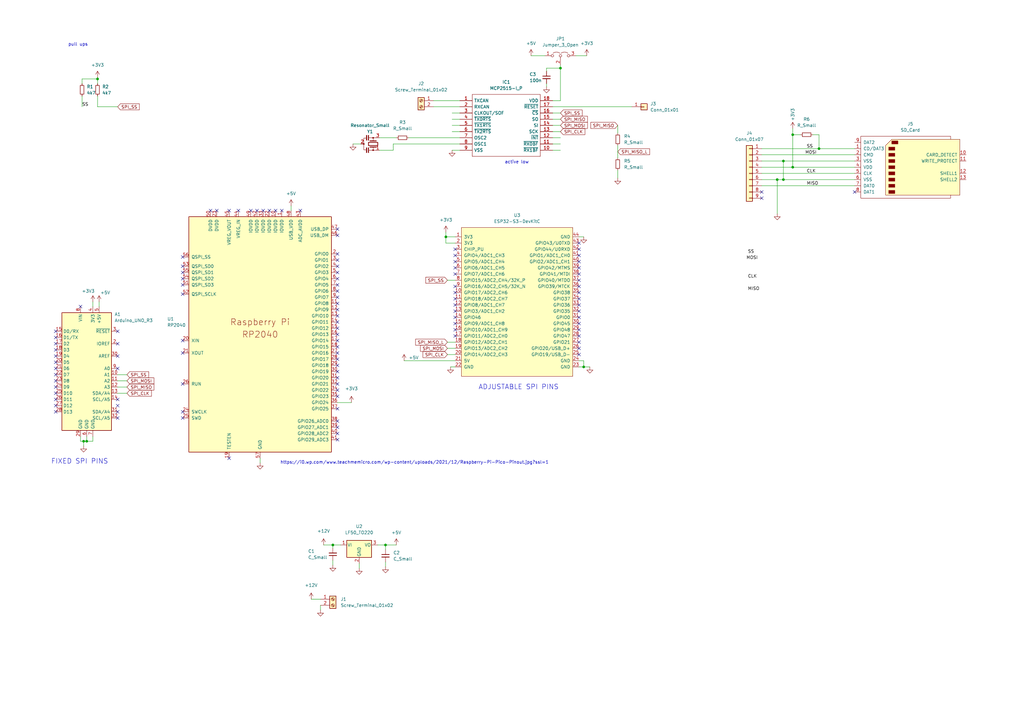
<source format=kicad_sch>
(kicad_sch (version 20211123) (generator eeschema)
  (paper "A3")
  (lib_symbols
    (symbol "Connector:SD_Card" (pin_names (offset 1.016))
      (property "Reference" "J" (at -16.51 13.97 0))
      (property "Value" "SD_Card" (at 15.24 -13.97 0))
      (symbol "SD_Card_0_1"
        (rectangle (start -8.89 -9.525) (end -6.35 -10.795) (fill (type outline)))
        (rectangle (start -8.89 -6.985) (end -6.35 -8.255) (fill (type outline)))
        (rectangle (start -8.89 -4.445) (end -6.35 -5.715) (fill (type outline)))
        (rectangle (start -8.89 -1.905) (end -6.35 -3.175) (fill (type outline)))
        (rectangle (start -8.89 0.635) (end -6.35 -0.635) (fill (type outline)))
        (rectangle (start -8.89 3.175) (end -6.35 1.905) (fill (type outline)))
        (rectangle (start -8.89 5.715) (end -6.35 4.445) (fill (type outline)))
        (rectangle (start -8.89 8.255) (end -6.35 6.985) (fill (type outline)))
        (rectangle (start -7.62 10.795) (end -5.08 9.525) (fill (type outline)))
        (polyline (pts (xy -10.16 8.89) (xy -7.62 11.43) (xy 20.32 11.43) (xy 20.32 -11.43) (xy -10.16 -11.43) (xy -10.16 8.89)) (fill (type background)))
        (polyline (pts (xy 16.51 11.43) (xy 16.51 12.7) (xy -20.32 12.7) (xy -20.32 -12.7) (xy 16.51 -12.7) (xy 16.51 -11.43)))
      )
      (symbol "SD_Card_1_1"
        (pin input line (at -22.86 7.62 0) (length 2.54) (name "CD/DAT3") (number "1"))
        (pin input line (at 22.86 5.08 180) (length 2.54) (name "CARD_DETECT") (number "10"))
        (pin input line (at 22.86 2.54 180) (length 2.54) (name "WRITE_PROTECT") (number "11"))
        (pin input line (at 22.86 -2.54 180) (length 2.54) (name "SHELL1") (number "12"))
        (pin input line (at 22.86 -5.08 180) (length 2.54) (name "SHELL2") (number "13"))
        (pin input line (at -22.86 5.08 0) (length 2.54) (name "CMD") (number "2"))
        (pin power_in line (at -22.86 2.54 0) (length 2.54) (name "VSS") (number "3"))
        (pin power_in line (at -22.86 0 0) (length 2.54) (name "VDD") (number "4"))
        (pin input line (at -22.86 -2.54 0) (length 2.54) (name "CLK") (number "5"))
        (pin power_in line (at -22.86 -5.08 0) (length 2.54) (name "VSS") (number "6"))
        (pin input line (at -22.86 -7.62 0) (length 2.54) (name "DAT0") (number "7"))
        (pin input line (at -22.86 -10.16 0) (length 2.54) (name "DAT1") (number "8"))
        (pin input line (at -22.86 10.16 0) (length 2.54) (name "DAT2") (number "9"))
      )
    )
    (symbol "Connector:Screw_Terminal_01x02" (pin_names (offset 1.016) hide)
      (property "Reference" "J" (at 0 2.54 0))
      (property "Value" "Screw_Terminal_01x02" (at 0 -5.08 0))
      (symbol "Screw_Terminal_01x02_1_1"
        (rectangle (start -1.27 1.27) (end 1.27 -3.81) (stroke (width 0.254)) (fill (type background)))
        (circle (center 0 -2.54) (radius 0.635) (stroke (width 0.1524)))
        (polyline (pts (xy -0.5334 -2.2098) (xy 0.3302 -3.048)) (stroke (width 0.1524)))
        (polyline (pts (xy -0.5334 0.3302) (xy 0.3302 -0.508)) (stroke (width 0.1524)))
        (polyline (pts (xy -0.3556 -2.032) (xy 0.508 -2.8702)) (stroke (width 0.1524)))
        (polyline (pts (xy -0.3556 0.508) (xy 0.508 -0.3302)) (stroke (width 0.1524)))
        (circle (center 0 0) (radius 0.635) (stroke (width 0.1524)))
        (pin passive line (at -5.08 0 0) (length 3.81) (name "Pin_1") (number "1"))
        (pin passive line (at -5.08 -2.54 0) (length 3.81) (name "Pin_2") (number "2"))
      )
    )
    (symbol "Connector_Generic:Conn_01x01" (pin_names (offset 1.016) hide)
      (property "Reference" "J" (at 0 2.54 0))
      (property "Value" "Conn_01x01" (at 0 -2.54 0))
      (symbol "Conn_01x01_1_1"
        (rectangle (start -1.27 0.127) (end 0 -0.127) (stroke (width 0.1524)))
        (rectangle (start -1.27 1.27) (end 1.27 -1.27) (stroke (width 0.254)) (fill (type background)))
        (pin passive line (at -5.08 0 0) (length 3.81) (name "Pin_1") (number "1"))
      )
    )
    (symbol "Connector_Generic:Conn_01x09" (pin_names (offset 1.016) hide)
      (property "Reference" "J" (at 0 12.7 0))
      (property "Value" "Conn_01x09" (at 0 -12.7 0))
      (symbol "Conn_01x09_1_1"
        (rectangle (start -1.27 -10.033) (end 0 -10.287) (stroke (width 0.1524)))
        (rectangle (start -1.27 -7.493) (end 0 -7.747) (stroke (width 0.1524)))
        (rectangle (start -1.27 -4.953) (end 0 -5.207) (stroke (width 0.1524)))
        (rectangle (start -1.27 -2.413) (end 0 -2.667) (stroke (width 0.1524)))
        (rectangle (start -1.27 0.127) (end 0 -0.127) (stroke (width 0.1524)))
        (rectangle (start -1.27 2.667) (end 0 2.413) (stroke (width 0.1524)))
        (rectangle (start -1.27 5.207) (end 0 4.953) (stroke (width 0.1524)))
        (rectangle (start -1.27 7.747) (end 0 7.493) (stroke (width 0.1524)))
        (rectangle (start -1.27 10.287) (end 0 10.033) (stroke (width 0.1524)))
        (rectangle (start -1.27 11.43) (end 1.27 -11.43) (stroke (width 0.254)) (fill (type background)))
        (pin passive line (at -5.08 10.16 0) (length 3.81) (name "Pin_1") (number "1"))
        (pin passive line (at -5.08 7.62 0) (length 3.81) (name "Pin_2") (number "2"))
        (pin passive line (at -5.08 5.08 0) (length 3.81) (name "Pin_3") (number "3"))
        (pin passive line (at -5.08 2.54 0) (length 3.81) (name "Pin_4") (number "4"))
        (pin passive line (at -5.08 0 0) (length 3.81) (name "Pin_5") (number "5"))
        (pin passive line (at -5.08 -2.54 0) (length 3.81) (name "Pin_6") (number "6"))
        (pin passive line (at -5.08 -5.08 0) (length 3.81) (name "Pin_7") (number "7"))
        (pin passive line (at -5.08 -7.62 0) (length 3.81) (name "Pin_8") (number "8"))
        (pin passive line (at -5.08 -10.16 0) (length 3.81) (name "Pin_9") (number "9"))
      )
    )
    (symbol "Device:C_Small" (pin_numbers hide) (pin_names (offset 0.254) hide)
      (property "Reference" "C" (at 0.254 1.778 0))
      (property "Value" "C_Small" (at 0.254 -2.032 0))
      (symbol "C_Small_0_1"
        (polyline (pts (xy -1.524 -0.508) (xy 1.524 -0.508)) (stroke (width 0.3302)))
        (polyline (pts (xy -1.524 0.508) (xy 1.524 0.508)) (stroke (width 0.3048)))
      )
      (symbol "C_Small_1_1"
        (pin passive line (at 0 2.54 270) (length 2.032) (name "~") (number "1"))
        (pin passive line (at 0 -2.54 90) (length 2.032) (name "~") (number "2"))
      )
    )
    (symbol "Device:R_Small" (pin_numbers hide) (pin_names (offset 0.254) hide)
      (property "Reference" "R" (at 0.762 0.508 0))
      (property "Value" "R_Small" (at 0.762 -1.016 0))
      (symbol "R_Small_0_1"
        (rectangle (start -0.762 1.778) (end 0.762 -1.778) (stroke (width 0.2032)))
      )
      (symbol "R_Small_1_1"
        (pin passive line (at 0 2.54 270) (length 0.762) (name "~") (number "1"))
        (pin passive line (at 0 -2.54 90) (length 0.762) (name "~") (number "2"))
      )
    )
    (symbol "Device:Resonator_Small" (pin_names (offset 1.016) hide)
      (property "Reference" "Y" (at 3.175 1.905 0))
      (property "Value" "Resonator_Small" (at 3.175 0 0))
      (symbol "Resonator_Small_0_1"
        (rectangle (start -3.556 -2.54) (end -1.524 -2.794) (fill (type outline)))
        (rectangle (start -3.556 -1.778) (end -1.524 -2.032) (fill (type outline)))
        (circle (center -2.54 0) (radius 0.254) (fill (type outline)))
        (rectangle (start -0.635 1.905) (end 0.635 -1.905) (stroke (width 0.3048)))
        (circle (center 0 -3.81) (radius 0.254) (fill (type outline)))
        (polyline (pts (xy -2.54 -1.778) (xy -2.54 0)))
        (polyline (pts (xy -2.54 0) (xy -1.397 0)))
        (polyline (pts (xy -2.54 1.27) (xy -2.54 0)))
        (polyline (pts (xy -1.27 -1.27) (xy -1.27 1.27)) (stroke (width 0.381)))
        (polyline (pts (xy 1.27 -1.27) (xy 1.27 1.27)) (stroke (width 0.381)))
        (polyline (pts (xy 1.27 0) (xy 2.54 0)))
        (polyline (pts (xy 2.54 0) (xy 2.54 -1.778)))
        (polyline (pts (xy 2.54 1.27) (xy 2.54 0)))
        (polyline (pts (xy 2.413 -2.794) (xy 2.413 -3.81) (xy -2.413 -3.81) (xy -2.413 -2.667)))
        (rectangle (start 1.524 -2.54) (end 3.556 -2.794) (fill (type outline)))
        (rectangle (start 1.524 -1.778) (end 3.556 -2.032) (fill (type outline)))
        (circle (center 2.54 0) (radius 0.254) (fill (type outline)))
      )
      (symbol "Resonator_Small_1_1"
        (pin passive line (at -2.54 2.54 270) (length 1.27) (name "1") (number "1"))
        (pin passive line (at 0 -5.08 90) (length 1.27) (name "2") (number "2"))
        (pin passive line (at 2.54 2.54 270) (length 1.27) (name "3") (number "3"))
      )
    )
    (symbol "Espressif:ESP32-S3-DevKitC" (pin_names (offset 1.016))
      (property "Reference" "U" (at -2.54 30.48 0))
      (property "Value" "ESP32-S3-DevKitC" (at 1.27 -33.02 0))
      (symbol "ESP32-S3-DevKitC_0_0"
        (pin bidirectional line (at -25.4 -7.62 0) (length 2.54) (name "GPIO46") (number "14"))
        (pin bidirectional line (at -25.4 -20.32 0) (length 2.54) (name "GPIO13/ADC2_CH2") (number "19"))
        (pin power_in line (at -25.4 22.86 0) (length 2.54) (name "3V3") (number "2"))
        (pin bidirectional line (at 25.4 12.7 180) (length 2.54) (name "GPIO42/MTMS") (number "39"))
        (pin bidirectional line (at 25.4 15.24 180) (length 2.54) (name "GPIO2/ADC1_CH1") (number "40"))
        (pin bidirectional line (at 25.4 17.78 180) (length 2.54) (name "GPIO1/ADC1_CH0") (number "41"))
        (pin bidirectional line (at 25.4 20.32 180) (length 2.54) (name "GPIO44/U0RXD") (number "42"))
        (pin bidirectional line (at 25.4 22.86 180) (length 2.54) (name "GPIO43/U0TXD") (number "43"))
        (pin power_in line (at 25.4 25.4 180) (length 2.54) (name "GND") (number "44"))
      )
      (symbol "ESP32-S3-DevKitC_0_1"
        (rectangle (start 22.86 -31.75) (end -22.86 29.21) (fill (type background)))
      )
      (symbol "ESP32-S3-DevKitC_1_1"
        (pin power_in line (at -25.4 25.4 0) (length 2.54) (name "3V3") (number "1"))
        (pin bidirectional line (at -25.4 2.54 0) (length 2.54) (name "GPIO17/ADC2_CH6") (number "10"))
        (pin bidirectional line (at -25.4 0 0) (length 2.54) (name "GPIO18/ADC2_CH7") (number "11"))
        (pin bidirectional line (at -25.4 -2.54 0) (length 2.54) (name "GPIO8/ADC1_CH7") (number "12"))
        (pin bidirectional line (at -25.4 -5.08 0) (length 2.54) (name "GPIO3/ADC1_CH2") (number "13"))
        (pin bidirectional line (at -25.4 -10.16 0) (length 2.54) (name "GPIO9/ADC1_CH8") (number "15"))
        (pin bidirectional line (at -25.4 -12.7 0) (length 2.54) (name "GPIO10/ADC1_CH9") (number "16"))
        (pin bidirectional line (at -25.4 -15.24 0) (length 2.54) (name "GPIO11/ADC2_CH0") (number "17"))
        (pin bidirectional line (at -25.4 -17.78 0) (length 2.54) (name "GPIO12/ADC2_CH1") (number "18"))
        (pin bidirectional line (at -25.4 -22.86 0) (length 2.54) (name "GPIO14/ADC2_CH3") (number "20"))
        (pin power_in line (at -25.4 -25.4 0) (length 2.54) (name "5V") (number "21"))
        (pin power_in line (at -25.4 -27.94 0) (length 2.54) (name "GND") (number "22"))
        (pin power_in line (at 25.4 -27.94 180) (length 2.54) (name "GND") (number "23"))
        (pin power_in line (at 25.4 -25.4 180) (length 2.54) (name "GND") (number "24"))
        (pin bidirectional line (at 25.4 -22.86 180) (length 2.54) (name "GPIO19/USB_D-") (number "25"))
        (pin bidirectional line (at 25.4 -20.32 180) (length 2.54) (name "GPIO20/USB_D+") (number "26"))
        (pin bidirectional line (at 25.4 -17.78 180) (length 2.54) (name "GPIO21") (number "27"))
        (pin bidirectional line (at 25.4 -15.24 180) (length 2.54) (name "GPIO47") (number "28"))
        (pin bidirectional line (at 25.4 -12.7 180) (length 2.54) (name "GPIO48") (number "29"))
        (pin input line (at -25.4 20.32 0) (length 2.54) (name "CHIP_PU") (number "3"))
        (pin bidirectional line (at 25.4 -10.16 180) (length 2.54) (name "GPIO45") (number "30"))
        (pin bidirectional line (at 25.4 -7.62 180) (length 2.54) (name "GPIO0") (number "31"))
        (pin bidirectional line (at 25.4 -5.08 180) (length 2.54) (name "GPIO35") (number "32"))
        (pin bidirectional line (at 25.4 -2.54 180) (length 2.54) (name "GPIO36") (number "33"))
        (pin bidirectional line (at 25.4 0 180) (length 2.54) (name "GPIO37") (number "34"))
        (pin bidirectional line (at 25.4 2.54 180) (length 2.54) (name "GPIO38") (number "35"))
        (pin bidirectional line (at 25.4 5.08 180) (length 2.54) (name "GPIO39/MTCK") (number "36"))
        (pin bidirectional line (at 25.4 7.62 180) (length 2.54) (name "GPIO40/MTDO") (number "37"))
        (pin bidirectional line (at 25.4 10.16 180) (length 2.54) (name "GPIO41/MTDI") (number "38"))
        (pin bidirectional line (at -25.4 17.78 0) (length 2.54) (name "GPIO4/ADC1_CH3") (number "4"))
        (pin bidirectional line (at -25.4 15.24 0) (length 2.54) (name "GPIO5/ADC1_CH4") (number "5"))
        (pin bidirectional line (at -25.4 12.7 0) (length 2.54) (name "GPIO6/ADC1_CH5") (number "6"))
        (pin bidirectional line (at -25.4 10.16 0) (length 2.54) (name "GPIO7/ADC1_CH6") (number "7"))
        (pin bidirectional line (at -25.4 7.62 0) (length 2.54) (name "GPIO15/ADC2_CH4/32K_P") (number "8"))
        (pin bidirectional line (at -25.4 5.08 0) (length 2.54) (name "GPIO16/ADC2_CH5/32K_N") (number "9"))
      )
    )
    (symbol "Jumper:Jumper_3_Open" (pin_names (offset 0) hide)
      (property "Reference" "JP" (at -2.54 -2.54 0))
      (property "Value" "Jumper_3_Open" (at 0 2.794 0))
      (symbol "Jumper_3_Open_0_0"
        (circle (center -3.302 0) (radius 0.508))
        (circle (center 0 0) (radius 0.508))
        (circle (center 3.302 0) (radius 0.508))
      )
      (symbol "Jumper_3_Open_0_1"
        (arc (start -0.254 1.016) (mid -1.651 1.4992) (end -3.048 1.016))
        (polyline (pts (xy 0 -0.508) (xy 0 -1.27)))
        (arc (start 3.048 1.016) (mid 1.651 1.4992) (end 0.254 1.016))
      )
      (symbol "Jumper_3_Open_1_1"
        (pin passive line (at -6.35 0 0) (length 2.54) (name "A") (number "1"))
        (pin passive line (at 0 -3.81 90) (length 2.54) (name "C") (number "2"))
        (pin passive line (at 6.35 0 180) (length 2.54) (name "B") (number "3"))
      )
    )
    (symbol "MCU_Module:Arduino_UNO_R3"
      (property "Reference" "A" (at -10.16 23.495 0))
      (property "Value" "Arduino_UNO_R3" (at 5.08 -26.67 0))
      (symbol "Arduino_UNO_R3_0_1"
        (rectangle (start -10.16 22.86) (end 10.16 -25.4) (stroke (width 0.254)) (fill (type background)))
      )
      (symbol "Arduino_UNO_R3_1_1"
        (pin no_connect line (at -10.16 -20.32 0) (length 2.54) hide (name "NC") (number "1"))
        (pin bidirectional line (at 12.7 -2.54 180) (length 2.54) (name "A1") (number "10"))
        (pin bidirectional line (at 12.7 -5.08 180) (length 2.54) (name "A2") (number "11"))
        (pin bidirectional line (at 12.7 -7.62 180) (length 2.54) (name "A3") (number "12"))
        (pin bidirectional line (at 12.7 -10.16 180) (length 2.54) (name "SDA/A4") (number "13"))
        (pin bidirectional line (at 12.7 -12.7 180) (length 2.54) (name "SCL/A5") (number "14"))
        (pin bidirectional line (at -12.7 15.24 0) (length 2.54) (name "D0/RX") (number "15"))
        (pin bidirectional line (at -12.7 12.7 0) (length 2.54) (name "D1/TX") (number "16"))
        (pin bidirectional line (at -12.7 10.16 0) (length 2.54) (name "D2") (number "17"))
        (pin bidirectional line (at -12.7 7.62 0) (length 2.54) (name "D3") (number "18"))
        (pin bidirectional line (at -12.7 5.08 0) (length 2.54) (name "D4") (number "19"))
        (pin output line (at 12.7 10.16 180) (length 2.54) (name "IOREF") (number "2"))
        (pin bidirectional line (at -12.7 2.54 0) (length 2.54) (name "D5") (number "20"))
        (pin bidirectional line (at -12.7 0 0) (length 2.54) (name "D6") (number "21"))
        (pin bidirectional line (at -12.7 -2.54 0) (length 2.54) (name "D7") (number "22"))
        (pin bidirectional line (at -12.7 -5.08 0) (length 2.54) (name "D8") (number "23"))
        (pin bidirectional line (at -12.7 -7.62 0) (length 2.54) (name "D9") (number "24"))
        (pin bidirectional line (at -12.7 -10.16 0) (length 2.54) (name "D10") (number "25"))
        (pin bidirectional line (at -12.7 -12.7 0) (length 2.54) (name "D11") (number "26"))
        (pin bidirectional line (at -12.7 -15.24 0) (length 2.54) (name "D12") (number "27"))
        (pin bidirectional line (at -12.7 -17.78 0) (length 2.54) (name "D13") (number "28"))
        (pin power_in line (at -2.54 -27.94 90) (length 2.54) (name "GND") (number "29"))
        (pin input line (at 12.7 15.24 180) (length 2.54) (name "~{RESET}") (number "3"))
        (pin input line (at 12.7 5.08 180) (length 2.54) (name "AREF") (number "30"))
        (pin bidirectional line (at 12.7 -17.78 180) (length 2.54) (name "SDA/A4") (number "31"))
        (pin bidirectional line (at 12.7 -20.32 180) (length 2.54) (name "SCL/A5") (number "32"))
        (pin power_out line (at 2.54 25.4 270) (length 2.54) (name "3V3") (number "4"))
        (pin power_out line (at 5.08 25.4 270) (length 2.54) (name "+5V") (number "5"))
        (pin power_in line (at 0 -27.94 90) (length 2.54) (name "GND") (number "6"))
        (pin power_in line (at 2.54 -27.94 90) (length 2.54) (name "GND") (number "7"))
        (pin power_in line (at -2.54 25.4 270) (length 2.54) (name "VIN") (number "8"))
        (pin bidirectional line (at 12.7 0 180) (length 2.54) (name "A0") (number "9"))
      )
    )
    (symbol "MCU_RaspberryPi_RP2040:RP2040" (pin_names (offset 1.016))
      (property "Reference" "U" (at -29.21 49.53 0))
      (property "Value" "RP2040" (at 24.13 -49.53 0))
      (symbol "RP2040_0_0"
        (text "Raspberry Pi" (at 0 5.08 0) (effects (font (size 2.54 2.54))))
        (text "RP2040" (at 0 0 0) (effects (font (size 2.54 2.54))))
      )
      (symbol "RP2040_0_1"
        (rectangle (start 29.21 48.26) (end -29.21 -48.26) (stroke (width 0.254)) (fill (type background)))
      )
      (symbol "RP2040_1_1"
        (pin power_in line (at 8.89 50.8 270) (length 2.54) (name "IOVDD") (number "1"))
        (pin power_in line (at 6.35 50.8 270) (length 2.54) (name "IOVDD") (number "10"))
        (pin bidirectional line (at 31.75 12.7 180) (length 2.54) (name "GPIO8") (number "11"))
        (pin bidirectional line (at 31.75 10.16 180) (length 2.54) (name "GPIO9") (number "12"))
        (pin bidirectional line (at 31.75 7.62 180) (length 2.54) (name "GPIO10") (number "13"))
        (pin bidirectional line (at 31.75 5.08 180) (length 2.54) (name "GPIO11") (number "14"))
        (pin bidirectional line (at 31.75 2.54 180) (length 2.54) (name "GPIO12") (number "15"))
        (pin bidirectional line (at 31.75 0 180) (length 2.54) (name "GPIO13") (number "16"))
        (pin bidirectional line (at 31.75 -2.54 180) (length 2.54) (name "GPIO14") (number "17"))
        (pin bidirectional line (at 31.75 -5.08 180) (length 2.54) (name "GPIO15") (number "18"))
        (pin passive line (at -12.7 -50.8 90) (length 2.54) (name "TESTEN") (number "19"))
        (pin bidirectional line (at 31.75 33.02 180) (length 2.54) (name "GPIO0") (number "2"))
        (pin input line (at -31.75 -2.54 0) (length 2.54) (name "XIN") (number "20"))
        (pin passive line (at -31.75 -7.62 0) (length 2.54) (name "XOUT") (number "21"))
        (pin power_in line (at 3.81 50.8 270) (length 2.54) (name "IOVDD") (number "22"))
        (pin power_in line (at -17.78 50.8 270) (length 2.54) (name "DVDD") (number "23"))
        (pin output line (at -31.75 -31.75 0) (length 2.54) (name "SWCLK") (number "24"))
        (pin bidirectional line (at -31.75 -34.29 0) (length 2.54) (name "SWD") (number "25"))
        (pin input line (at -31.75 -20.32 0) (length 2.54) (name "RUN") (number "26"))
        (pin bidirectional line (at 31.75 -7.62 180) (length 2.54) (name "GPIO16") (number "27"))
        (pin bidirectional line (at 31.75 -10.16 180) (length 2.54) (name "GPIO17") (number "28"))
        (pin bidirectional line (at 31.75 -12.7 180) (length 2.54) (name "GPIO18") (number "29"))
        (pin bidirectional line (at 31.75 30.48 180) (length 2.54) (name "GPIO1") (number "3"))
        (pin bidirectional line (at 31.75 -15.24 180) (length 2.54) (name "GPIO19") (number "30"))
        (pin bidirectional line (at 31.75 -17.78 180) (length 2.54) (name "GPIO20") (number "31"))
        (pin bidirectional line (at 31.75 -20.32 180) (length 2.54) (name "GPIO21") (number "32"))
        (pin power_in line (at 1.27 50.8 270) (length 2.54) (name "IOVDD") (number "33"))
        (pin bidirectional line (at 31.75 -22.86 180) (length 2.54) (name "GPIO22") (number "34"))
        (pin bidirectional line (at 31.75 -25.4 180) (length 2.54) (name "GPIO23") (number "35"))
        (pin bidirectional line (at 31.75 -27.94 180) (length 2.54) (name "GPIO24") (number "36"))
        (pin bidirectional line (at 31.75 -30.48 180) (length 2.54) (name "GPIO25") (number "37"))
        (pin bidirectional line (at 31.75 -35.56 180) (length 2.54) (name "GPIO26_ADC0") (number "38"))
        (pin bidirectional line (at 31.75 -38.1 180) (length 2.54) (name "GPIO27_ADC1") (number "39"))
        (pin bidirectional line (at 31.75 27.94 180) (length 2.54) (name "GPIO2") (number "4"))
        (pin bidirectional line (at 31.75 -40.64 180) (length 2.54) (name "GPIO28_ADC2") (number "40"))
        (pin bidirectional line (at 31.75 -43.18 180) (length 2.54) (name "GPIO29_ADC3") (number "41"))
        (pin power_in line (at -1.27 50.8 270) (length 2.54) (name "IOVDD") (number "42"))
        (pin power_in line (at 16.51 50.8 270) (length 2.54) (name "ADC_AVDD") (number "43"))
        (pin power_in line (at -8.89 50.8 270) (length 2.54) (name "VREG_IN") (number "44"))
        (pin power_out line (at -12.7 50.8 270) (length 2.54) (name "VREG_VOUT") (number "45"))
        (pin bidirectional line (at 31.75 40.64 180) (length 2.54) (name "USB_DM") (number "46"))
        (pin bidirectional line (at 31.75 43.18 180) (length 2.54) (name "USB_DP") (number "47"))
        (pin power_in line (at 12.7 50.8 270) (length 2.54) (name "USB_VDD") (number "48"))
        (pin power_in line (at -3.81 50.8 270) (length 2.54) (name "IOVDD") (number "49"))
        (pin bidirectional line (at 31.75 25.4 180) (length 2.54) (name "GPIO3") (number "5"))
        (pin power_in line (at -20.32 50.8 270) (length 2.54) (name "DVDD") (number "50"))
        (pin bidirectional line (at -31.75 20.32 0) (length 2.54) (name "QSPI_SD3") (number "51"))
        (pin output line (at -31.75 16.51 0) (length 2.54) (name "QSPI_SCLK") (number "52"))
        (pin bidirectional line (at -31.75 27.94 0) (length 2.54) (name "QSPI_SD0") (number "53"))
        (pin bidirectional line (at -31.75 22.86 0) (length 2.54) (name "QSPI_SD2") (number "54"))
        (pin bidirectional line (at -31.75 25.4 0) (length 2.54) (name "QSPI_SD1") (number "55"))
        (pin bidirectional line (at -31.75 31.75 0) (length 2.54) (name "QSPI_SS") (number "56"))
        (pin power_in line (at 0 -50.8 90) (length 2.54) (name "GND") (number "57"))
        (pin bidirectional line (at 31.75 22.86 180) (length 2.54) (name "GPIO4") (number "6"))
        (pin bidirectional line (at 31.75 20.32 180) (length 2.54) (name "GPIO5") (number "7"))
        (pin bidirectional line (at 31.75 17.78 180) (length 2.54) (name "GPIO6") (number "8"))
        (pin bidirectional line (at 31.75 15.24 180) (length 2.54) (name "GPIO7") (number "9"))
      )
    )
    (symbol "Regulator_Linear:LF50_TO220" (pin_names (offset 0.254))
      (property "Reference" "U" (at -3.81 3.175 0))
      (property "Value" "LF50_TO220" (at 0 3.175 0))
      (symbol "LF50_TO220_0_1"
        (rectangle (start -5.08 1.905) (end 5.08 -5.08) (stroke (width 0.254)) (fill (type background)))
      )
      (symbol "LF50_TO220_1_1"
        (pin power_in line (at -7.62 0 0) (length 2.54) (name "VI") (number "1"))
        (pin power_in line (at 0 -7.62 90) (length 2.54) (name "GND") (number "2"))
        (pin power_out line (at 7.62 0 180) (length 2.54) (name "VO") (number "3"))
      )
    )
    (symbol "SamacSys_Parts:MCP2515-I_P" (pin_names (offset 0.762))
      (property "Reference" "IC" (at 34.29 7.62 0))
      (property "Value" "MCP2515-I_P" (at 34.29 5.08 0))
      (symbol "MCP2515-I_P_0_0"
        (pin passive line (at 0 0 0) (length 5.08) (name "TXCAN") (number "1"))
        (pin passive line (at 38.1 -20.32 180) (length 5.08) (name "~{RX1BF}") (number "10"))
        (pin passive line (at 38.1 -17.78 180) (length 5.08) (name "~{RX0BF}") (number "11"))
        (pin passive line (at 38.1 -15.24 180) (length 5.08) (name "~{INT}") (number "12"))
        (pin passive line (at 38.1 -12.7 180) (length 5.08) (name "SCK") (number "13"))
        (pin passive line (at 38.1 -10.16 180) (length 5.08) (name "SI") (number "14"))
        (pin passive line (at 38.1 -7.62 180) (length 5.08) (name "SO") (number "15"))
        (pin passive line (at 38.1 -5.08 180) (length 5.08) (name "~{CS}") (number "16"))
        (pin passive line (at 38.1 -2.54 180) (length 5.08) (name "~{RESET}") (number "17"))
        (pin passive line (at 38.1 0 180) (length 5.08) (name "VDD") (number "18"))
        (pin passive line (at 0 -2.54 0) (length 5.08) (name "RXCAN") (number "2"))
        (pin passive line (at 0 -5.08 0) (length 5.08) (name "CLKOUT/SOF") (number "3"))
        (pin passive line (at 0 -7.62 0) (length 5.08) (name "~{TX0RTS}") (number "4"))
        (pin passive line (at 0 -10.16 0) (length 5.08) (name "~{TX1RTS}") (number "5"))
        (pin passive line (at 0 -12.7 0) (length 5.08) (name "~{TX2RTS}") (number "6"))
        (pin passive line (at 0 -15.24 0) (length 5.08) (name "OSC2") (number "7"))
        (pin passive line (at 0 -17.78 0) (length 5.08) (name "OSC1") (number "8"))
        (pin passive line (at 0 -20.32 0) (length 5.08) (name "VSS") (number "9"))
      )
      (symbol "MCP2515-I_P_0_1"
        (polyline (pts (xy 5.08 2.54) (xy 33.02 2.54) (xy 33.02 -22.86) (xy 5.08 -22.86) (xy 5.08 2.54)) (stroke (width 0.1524)))
      )
    )
    (symbol "power:+12V" (power) (pin_names (offset 0))
      (property "Value" "+12V" (at 0 3.556 0))
      (symbol "+12V_0_1"
        (polyline (pts (xy -0.762 1.27) (xy 0 2.54)))
        (polyline (pts (xy 0 0) (xy 0 2.54)))
        (polyline (pts (xy 0 2.54) (xy 0.762 1.27)))
      )
      (symbol "+12V_1_1"
        (pin power_in line (at 0 0 90) (length 0) hide (name "+12V") (number "1"))
      )
    )
    (symbol "power:+3V3" (power) (pin_names (offset 0))
      (property "Value" "+3V3" (at 0 3.556 0))
      (symbol "+3V3_0_1"
        (polyline (pts (xy -0.762 1.27) (xy 0 2.54)))
        (polyline (pts (xy 0 0) (xy 0 2.54)))
        (polyline (pts (xy 0 2.54) (xy 0.762 1.27)))
      )
      (symbol "+3V3_1_1"
        (pin power_in line (at 0 0 90) (length 0) hide (name "+3V3") (number "1"))
      )
    )
    (symbol "power:+5V" (power) (pin_names (offset 0))
      (property "Value" "+5V" (at 0 3.556 0))
      (symbol "+5V_0_1"
        (polyline (pts (xy -0.762 1.27) (xy 0 2.54)))
        (polyline (pts (xy 0 0) (xy 0 2.54)))
        (polyline (pts (xy 0 2.54) (xy 0.762 1.27)))
      )
      (symbol "+5V_1_1"
        (pin power_in line (at 0 0 90) (length 0) hide (name "+5V") (number "1"))
      )
    )
    (symbol "power:GND" (power) (pin_names (offset 0))
      (property "Value" "GND" (at 0 -3.81 0))
      (symbol "GND_0_1"
        (polyline (pts (xy 0 0) (xy 0 -1.27) (xy 1.27 -1.27) (xy 0 -2.54) (xy -1.27 -1.27) (xy 0 -1.27)))
      )
      (symbol "GND_1_1"
        (pin power_in line (at 0 0 270) (length 0) hide (name "GND") (number "1"))
      )
    )
  )
  (junction (at 321.31 66.04))
  (junction (at 229.87 27.94))
  (junction (at 321.31 73.66))
  (junction (at 34.29 180.975))
  (junction (at 325.12 68.58))
  (junction (at 182.88 97.155))
  (junction (at 40.005 32.385))
  (junction (at 136.525 223.52))
  (junction (at 335.915 60.96))
  (junction (at 239.395 150.495))
  (junction (at 35.56 180.975))
  (junction (at 158.115 223.52))
  (junction (at 318.77 73.66))
  (junction (at 325.12 55.245))
  (no_connect (at 138.43 160.02))
  (no_connect (at 22.86 143.51))
  (no_connect (at 237.49 117.475))
  (no_connect (at 74.93 168.91))
  (no_connect (at 138.43 129.54))
  (no_connect (at 237.49 109.855))
  (no_connect (at 88.9 86.36))
  (no_connect (at 74.93 111.76))
  (no_connect (at 138.43 180.34))
  (no_connect (at 138.43 104.14))
  (no_connect (at 138.43 114.3))
  (no_connect (at 74.93 144.78))
  (no_connect (at 237.49 104.775))
  (no_connect (at 74.93 114.3))
  (no_connect (at 86.36 86.36))
  (no_connect (at 74.93 109.22))
  (no_connect (at 186.69 104.775))
  (no_connect (at 186.69 137.795))
  (no_connect (at 138.43 121.92))
  (no_connect (at 107.95 86.36))
  (no_connect (at 74.93 157.48))
  (no_connect (at 237.49 114.935))
  (no_connect (at 237.49 102.235))
  (no_connect (at 138.43 116.84))
  (no_connect (at 138.43 124.46))
  (no_connect (at 186.69 117.475))
  (no_connect (at 186.69 122.555))
  (no_connect (at 48.26 146.05))
  (no_connect (at 93.98 86.36))
  (no_connect (at 74.93 105.41))
  (no_connect (at 237.49 99.695))
  (no_connect (at 237.49 107.315))
  (no_connect (at 138.43 132.08))
  (no_connect (at 237.49 125.095))
  (no_connect (at 138.43 144.78))
  (no_connect (at 138.43 152.4))
  (no_connect (at 237.49 142.875))
  (no_connect (at 110.49 86.36))
  (no_connect (at 93.98 187.96))
  (no_connect (at 237.49 145.415))
  (no_connect (at 22.86 163.83))
  (no_connect (at 237.49 127.635))
  (no_connect (at 237.49 140.335))
  (no_connect (at 138.43 157.48))
  (no_connect (at 138.43 175.26))
  (no_connect (at 237.49 135.255))
  (no_connect (at 48.26 151.13))
  (no_connect (at 22.86 135.89))
  (no_connect (at 138.43 177.8))
  (no_connect (at 237.49 132.715))
  (no_connect (at 74.93 139.7))
  (no_connect (at 138.43 149.86))
  (no_connect (at 22.86 138.43))
  (no_connect (at 312.42 78.74))
  (no_connect (at 105.41 86.36))
  (no_connect (at 138.43 172.72))
  (no_connect (at 138.43 109.22))
  (no_connect (at 186.69 127.635))
  (no_connect (at 186.69 102.235))
  (no_connect (at 102.87 86.36))
  (no_connect (at 48.26 168.91))
  (no_connect (at 138.43 162.56))
  (no_connect (at 186.69 109.855))
  (no_connect (at 186.69 112.395))
  (no_connect (at 22.86 146.05))
  (no_connect (at 123.19 86.36))
  (no_connect (at 186.69 132.715))
  (no_connect (at 138.43 137.16))
  (no_connect (at 48.26 163.83))
  (no_connect (at 237.49 120.015))
  (no_connect (at 48.26 166.37))
  (no_connect (at 138.43 106.68))
  (no_connect (at 138.43 119.38))
  (no_connect (at 74.93 116.84))
  (no_connect (at 186.69 107.315))
  (no_connect (at 138.43 139.7))
  (no_connect (at 97.79 86.36))
  (no_connect (at 48.26 140.97))
  (no_connect (at 33.02 125.73))
  (no_connect (at 138.43 134.62))
  (no_connect (at 22.86 161.29))
  (no_connect (at 115.57 86.36))
  (no_connect (at 138.43 147.32))
  (no_connect (at 350.52 78.74))
  (no_connect (at 138.43 111.76))
  (no_connect (at 138.43 154.94))
  (no_connect (at 22.86 153.67))
  (no_connect (at 48.26 171.45))
  (no_connect (at 186.69 125.095))
  (no_connect (at 138.43 93.98))
  (no_connect (at 237.49 112.395))
  (no_connect (at 138.43 167.64))
  (no_connect (at 48.26 135.89))
  (no_connect (at 22.86 166.37))
  (no_connect (at 237.49 122.555))
  (no_connect (at 237.49 137.795))
  (no_connect (at 312.42 81.28))
  (no_connect (at 138.43 142.24))
  (no_connect (at 22.86 156.21))
  (no_connect (at 237.49 130.175))
  (no_connect (at 186.69 135.255))
  (no_connect (at 186.69 120.015))
  (no_connect (at 22.86 151.13))
  (no_connect (at 22.86 140.97))
  (no_connect (at 22.86 148.59))
  (no_connect (at 138.43 127))
  (no_connect (at 22.86 168.91))
  (no_connect (at 138.43 96.52))
  (no_connect (at 113.03 86.36))
  (no_connect (at 22.86 158.75))
  (no_connect (at 186.69 130.175))
  (no_connect (at 74.93 120.65))
  (no_connect (at 74.93 171.45))
  (wire (pts (xy 325.12 68.58) (xy 350.52 68.58)))
  (wire (pts (xy 33.02 180.975) (xy 34.29 180.975)))
  (wire (pts (xy 312.42 71.12) (xy 350.52 71.12)))
  (wire (pts (xy 34.29 180.975) (xy 34.29 182.88)))
  (wire (pts (xy 226.695 51.435) (xy 229.87 51.435)))
  (wire (pts (xy 335.915 60.96) (xy 350.52 60.96)))
  (wire (pts (xy 253.365 51.435) (xy 253.365 54.61)))
  (wire (pts (xy 167.64 56.515) (xy 188.595 56.515)))
  (wire (pts (xy 40.005 43.815) (xy 48.26 43.815)))
  (wire (pts (xy 136.525 223.52) (xy 139.7 223.52)))
  (wire (pts (xy 185.42 51.435) (xy 188.595 51.435)))
  (wire (pts (xy 40.005 32.385) (xy 33.655 32.385)))
  (wire (pts (xy 226.695 46.355) (xy 229.87 46.355)))
  (wire (pts (xy 38.1 123.825) (xy 38.1 125.73)))
  (wire (pts (xy 132.715 223.52) (xy 136.525 223.52)))
  (wire (pts (xy 40.005 32.385) (xy 40.005 34.29)))
  (wire (pts (xy 325.12 55.245) (xy 328.295 55.245)))
  (wire (pts (xy 183.515 145.415) (xy 186.69 145.415)))
  (wire (pts (xy 35.56 180.975) (xy 38.1 180.975)))
  (wire (pts (xy 177.8 41.275) (xy 188.595 41.275)))
  (wire (pts (xy 185.42 46.355) (xy 188.595 46.355)))
  (wire (pts (xy 239.395 150.495) (xy 241.935 150.495)))
  (wire (pts (xy 177.8 43.815) (xy 188.595 43.815)))
  (wire (pts (xy 48.26 161.29) (xy 52.07 161.29)))
  (wire (pts (xy 38.1 179.07) (xy 38.1 180.975)))
  (wire (pts (xy 165.735 147.955) (xy 186.69 147.955)))
  (wire (pts (xy 147.32 231.14) (xy 147.32 233.045)))
  (wire (pts (xy 40.005 31.75) (xy 40.005 32.385)))
  (wire (pts (xy 236.22 22.86) (xy 240.665 22.86)))
  (wire (pts (xy 186.69 150.495) (xy 184.785 150.495)))
  (wire (pts (xy 335.915 55.245) (xy 335.915 60.96)))
  (wire (pts (xy 226.695 48.895) (xy 229.87 48.895)))
  (wire (pts (xy 312.42 73.66) (xy 318.77 73.66)))
  (wire (pts (xy 183.515 142.875) (xy 186.69 142.875)))
  (wire (pts (xy 161.29 59.055) (xy 188.595 59.055)))
  (wire (pts (xy 325.12 52.705) (xy 325.12 55.245)))
  (wire (pts (xy 312.42 63.5) (xy 350.52 63.5)))
  (wire (pts (xy 224.155 35.56) (xy 224.155 34.29)))
  (wire (pts (xy 144.78 59.055) (xy 147.955 59.055)))
  (wire (pts (xy 144.145 165.1) (xy 138.43 165.1)))
  (wire (pts (xy 35.56 179.07) (xy 35.56 180.975)))
  (wire (pts (xy 226.695 56.515) (xy 229.87 56.515)))
  (wire (pts (xy 229.87 27.94) (xy 229.87 41.275)))
  (wire (pts (xy 333.375 55.245) (xy 335.915 55.245)))
  (wire (pts (xy 239.395 147.955) (xy 239.395 150.495)))
  (wire (pts (xy 185.42 61.595) (xy 188.595 61.595)))
  (wire (pts (xy 253.365 69.85) (xy 253.365 73.025)))
  (wire (pts (xy 226.695 53.975) (xy 229.87 53.975)))
  (wire (pts (xy 182.88 97.155) (xy 186.69 97.155)))
  (wire (pts (xy 229.87 26.67) (xy 229.87 27.94)))
  (wire (pts (xy 158.115 230.505) (xy 158.115 232.41)))
  (wire (pts (xy 318.77 73.66) (xy 321.31 73.66)))
  (wire (pts (xy 312.42 76.2) (xy 350.52 76.2)))
  (wire (pts (xy 321.31 73.66) (xy 350.52 73.66)))
  (wire (pts (xy 155.575 61.595) (xy 161.29 61.595)))
  (wire (pts (xy 182.88 99.695) (xy 186.69 99.695)))
  (wire (pts (xy 321.31 66.04) (xy 350.52 66.04)))
  (wire (pts (xy 226.695 59.055) (xy 229.87 59.055)))
  (wire (pts (xy 237.49 150.495) (xy 239.395 150.495)))
  (wire (pts (xy 312.42 66.04) (xy 321.31 66.04)))
  (wire (pts (xy 131.445 248.285) (xy 131.445 250.19)))
  (wire (pts (xy 185.42 48.895) (xy 188.595 48.895)))
  (wire (pts (xy 161.29 61.595) (xy 161.29 59.055)))
  (wire (pts (xy 312.42 60.96) (xy 335.915 60.96)))
  (wire (pts (xy 325.12 55.245) (xy 325.12 68.58)))
  (wire (pts (xy 33.02 179.07) (xy 33.02 180.975)))
  (wire (pts (xy 154.94 223.52) (xy 158.115 223.52)))
  (wire (pts (xy 127.635 245.745) (xy 131.445 245.745)))
  (wire (pts (xy 185.42 53.975) (xy 188.595 53.975)))
  (wire (pts (xy 182.88 97.155) (xy 182.88 99.695)))
  (wire (pts (xy 226.695 43.815) (xy 259.08 43.815)))
  (wire (pts (xy 224.155 29.21) (xy 224.155 27.94)))
  (wire (pts (xy 312.42 68.58) (xy 325.12 68.58)))
  (wire (pts (xy 119.38 84.455) (xy 119.38 86.36)))
  (wire (pts (xy 40.005 39.37) (xy 40.005 43.815)))
  (wire (pts (xy 155.575 56.515) (xy 162.56 56.515)))
  (wire (pts (xy 183.515 140.335) (xy 186.69 140.335)))
  (wire (pts (xy 48.26 153.67) (xy 52.07 153.67)))
  (wire (pts (xy 226.695 61.595) (xy 229.87 61.595)))
  (wire (pts (xy 217.805 22.86) (xy 223.52 22.86)))
  (wire (pts (xy 48.26 156.21) (xy 52.07 156.21)))
  (wire (pts (xy 318.77 73.66) (xy 318.77 87.63)))
  (wire (pts (xy 183.515 114.935) (xy 186.69 114.935)))
  (wire (pts (xy 33.655 39.37) (xy 33.655 43.815)))
  (wire (pts (xy 226.695 41.275) (xy 229.87 41.275)))
  (wire (pts (xy 136.525 223.52) (xy 136.525 224.79)))
  (wire (pts (xy 106.68 187.96) (xy 106.68 189.865)))
  (wire (pts (xy 158.115 223.52) (xy 158.115 225.425)))
  (wire (pts (xy 40.64 123.825) (xy 40.64 125.73)))
  (wire (pts (xy 321.31 66.04) (xy 321.31 73.66)))
  (wire (pts (xy 253.365 59.69) (xy 253.365 64.77)))
  (wire (pts (xy 34.29 180.975) (xy 35.56 180.975)))
  (wire (pts (xy 237.49 97.155) (xy 239.395 97.155)))
  (wire (pts (xy 224.155 27.94) (xy 229.87 27.94)))
  (wire (pts (xy 33.655 32.385) (xy 33.655 34.29)))
  (wire (pts (xy 48.26 158.75) (xy 52.07 158.75)))
  (wire (pts (xy 237.49 147.955) (xy 239.395 147.955)))
  (wire (pts (xy 158.115 223.52) (xy 162.56 223.52)))
  (wire (pts (xy 136.525 229.87) (xy 136.525 231.775)))
  (wire (pts (xy 182.88 95.25) (xy 182.88 97.155)))
  (text "https://i0.wp.com/www.teachmemicro.com/wp-content/uploads/2021/12/Raspberry-Pi-Pico-Pinout.jpg?ssl=1" (at 114.935 190.5 0) (effects (font (size 1.27 1.27)) (justify left bottom)))
  (text "FIXED SPI PINS" (at 20.955 190.5 0) (effects (font (size 2 2)) (justify left bottom)))
  (text "pull ups" (at 27.94 19.05 0) (effects (font (size 1.27 1.27)) (justify left bottom)))
  (text "ADJUSTABLE SPI PINS" (at 196.215 160.02 0) (effects (font (size 2 2)) (justify left bottom)))
  (text "active low" (at 207.01 67.31 0) (effects (font (size 1.27 1.27)) (justify left bottom)))
  (label "SS" (at 33.655 43.815 0))
  (label "MOSI" (at 330.2 63.5 0))
  (label "CLK" (at 306.705 114.3 0))
  (label "SS" (at 306.705 104.14 0))
  (label "MOSI" (at 306.07 106.68 0))
  (label "CLK" (at 330.835 71.12 0))
  (label "MISO" (at 330.835 76.2 0))
  (label "MISO" (at 306.705 119.38 0))
  (label "SS" (at 330.835 60.96 0))
  (global_label "SPI_MISO_L" (shape input) (at 253.365 62.23 0) (property "Intersheet References" "${INTERSHEET_REFS}" (effects hide)))
  (global_label "SPI_MOSI" (shape input) (at 183.515 142.875 180) (property "Intersheet References" "${INTERSHEET_REFS}" (effects hide)))
  (global_label "SPI_MISO" (shape input) (at 229.87 48.895 0) (property "Intersheet References" "${INTERSHEET_REFS}" (effects hide)))
  (global_label "SPI_CLK" (shape input) (at 52.07 161.29 0) (property "Intersheet References" "${INTERSHEET_REFS}" (effects hide)))
  (global_label "SPI_CLK" (shape input) (at 229.87 53.975 0) (property "Intersheet References" "${INTERSHEET_REFS}" (effects hide)))
  (global_label "SPI_MISO" (shape input) (at 253.365 51.435 180) (property "Intersheet References" "${INTERSHEET_REFS}" (effects hide)))
  (global_label "SPI_SS" (shape input) (at 48.26 43.815 0) (property "Intersheet References" "${INTERSHEET_REFS}" (effects hide)))
  (global_label "SPI_MISO" (shape input) (at 52.07 158.75 0) (property "Intersheet References" "${INTERSHEET_REFS}" (effects hide)))
  (global_label "SPI_SS" (shape input) (at 52.07 153.67 0) (property "Intersheet References" "${INTERSHEET_REFS}" (effects hide)))
  (global_label "SPI_MOSI" (shape input) (at 52.07 156.21 0) (property "Intersheet References" "${INTERSHEET_REFS}" (effects hide)))
  (global_label "SPI_MOSI" (shape input) (at 229.87 51.435 0) (property "Intersheet References" "${INTERSHEET_REFS}" (effects hide)))
  (global_label "SPI_SS" (shape input) (at 229.87 46.355 0) (property "Intersheet References" "${INTERSHEET_REFS}" (effects hide)))
  (global_label "SPI_MISO_L" (shape input) (at 183.515 140.335 180) (property "Intersheet References" "${INTERSHEET_REFS}" (effects hide)))
  (global_label "SPI_SS" (shape input) (at 183.515 114.935 180) (property "Intersheet References" "${INTERSHEET_REFS}" (effects hide)))
  (global_label "SPI_CLK" (shape input) (at 183.515 145.415 180) (property "Intersheet References" "${INTERSHEET_REFS}" (effects hide)))
  (symbol (lib_id "power:GND") (at 241.935 150.495 0) (unit 1)
    (property "Reference" "#PWR024" (effects hide))
    (property "Value" "GND" (effects hide))
  )
  (symbol (lib_id "power:GND") (at 184.785 150.495 0) (unit 1)
    (property "Reference" "#PWR018" (effects hide))
    (property "Value" "GND" (effects hide))
  )
  (symbol (lib_id "power:+5V") (at 165.735 147.955 0) (unit 1)
    (property "Reference" "#PWR016" (effects hide))
    (property "Value" "+5V" (at 167.64 146.6849 0) (effects (justify left)))
  )
  (symbol (lib_id "Device:Resonator_Small") (at 153.035 59.055 270) (mirror x) (unit 1)
    (property "Reference" "Y1" (at 151.765 53.975 90))
    (property "Value" "Resonator_Small" (at 151.765 51.435 90))
    (property "Footprint" "Crystal:Resonator_Murata_CSTLSxxxG-3Pin_W8.0mm_H3.0mm" (effects hide))
  )
  (symbol (lib_id "power:GND") (at 147.32 233.045 0) (unit 1)
    (property "Reference" "#PWR013" (effects hide))
    (property "Value" "GND" (effects hide))
  )
  (symbol (lib_id "Connector:SD_Card") (at 373.38 68.58 0) (unit 1)
    (property "Reference" "J5" (at 373.38 50.8 0))
    (property "Value" "SD_Card" (at 373.38 53.34 0))
    (property "Datasheet" "http://portal.fciconnect.com/Comergent//fci/drawing/10067847.pdf" (effects hide))
  )
  (symbol (lib_id "power:GND") (at 253.365 73.025 0) (unit 1)
    (property "Reference" "#PWR025" (effects hide))
    (property "Value" "GND" (effects hide))
  )
  (symbol (lib_id "power:GND") (at 131.445 250.19 0) (unit 1)
    (property "Reference" "#PWR08" (effects hide))
    (property "Value" "GND" (effects hide))
  )
  (symbol (lib_id "power:GND") (at 136.525 231.775 0) (unit 1)
    (property "Reference" "#PWR010" (effects hide))
    (property "Value" "GND" (effects hide))
  )
  (symbol (lib_id "Connector:Screw_Terminal_01x02") (at 136.525 245.745 0) (unit 1)
    (property "Reference" "J1" (at 139.7 245.7449 0) (effects (justify left)))
    (property "Value" "Screw_Terminal_01x02" (at 139.7 248.2849 0) (effects (justify left)))
    (property "Footprint" "TerminalBlock:TerminalBlock_Altech_AK300-2_P5.00mm" (effects hide))
  )
  (symbol (lib_id "power:GND") (at 185.42 61.595 0) (unit 1)
    (property "Reference" "#PWR019" (effects hide))
    (property "Value" "GND" (effects hide))
  )
  (symbol (lib_id "Device:R_Small") (at 253.365 57.15 180) (unit 1)
    (property "Reference" "R4" (at 255.905 55.8799 0) (effects (justify right)))
    (property "Value" "R_Small" (at 255.905 58.4199 0) (effects (justify right)))
    (property "Footprint" "Resistor_THT:R_Axial_DIN0204_L3.6mm_D1.6mm_P5.08mm_Horizontal" (effects hide))
  )
  (symbol (lib_id "power:+12V") (at 132.715 223.52 0) (unit 1)
    (property "Reference" "#PWR09" (effects hide))
    (property "Value" "+12V" (at 132.715 217.805 0))
  )
  (symbol (lib_id "power:GND") (at 106.68 189.865 0) (unit 1)
    (property "Reference" "#PWR05" (effects hide))
    (property "Value" "GND" (effects hide))
  )
  (symbol (lib_id "power:+3V3") (at 240.665 22.86 0) (unit 1)
    (property "Reference" "#PWR023" (effects hide))
    (property "Value" "+3V3" (at 240.665 17.78 0))
  )
  (symbol (lib_id "power:GND") (at 144.78 59.055 0) (unit 1)
    (property "Reference" "#PWR012" (effects hide))
    (property "Value" "GND" (effects hide))
  )
  (symbol (lib_id "MCU_RaspberryPi_RP2040:RP2040") (at 106.68 137.16 0) (unit 1)
    (property "Reference" "U1" (at 68.58 130.81 0) (effects (justify left)))
    (property "Value" "RP2040" (at 68.58 133.35 0) (effects (justify left)))
    (property "Footprint" "MCU_RaspberryPi_and_Boards:RPi_Pico_SMD_TH" (effects hide))
  )
  (symbol (lib_id "power:+3V3") (at 38.1 123.825 0) (unit 1)
    (property "Reference" "#PWR02" (effects hide))
    (property "Value" "+3V3" (at 36.195 119.38 0))
  )
  (symbol (lib_id "power:+12V") (at 127.635 245.745 0) (unit 1)
    (property "Reference" "#PWR07" (effects hide))
    (property "Value" "+12V" (at 127.635 240.03 0))
  )
  (symbol (lib_id "power:GND") (at 34.29 182.88 0) (unit 1)
    (property "Reference" "#PWR01" (effects hide))
    (property "Value" "GND" (effects hide))
  )
  (symbol (lib_id "power:GND") (at 224.155 35.56 0) (unit 1)
    (property "Reference" "#PWR021" (effects hide))
    (property "Value" "GND" (effects hide))
  )
  (symbol (lib_id "power:+3V3") (at 325.12 52.705 0) (unit 1)
    (property "Reference" "#PWR027" (effects hide))
    (property "Value" "+3V3" (at 325.12 46.99 90))
  )
  (symbol (lib_id "Device:C_Small") (at 136.525 227.33 180) (unit 1)
    (property "Reference" "C1" (at 126.365 226.06 0) (effects (justify right)))
    (property "Value" "C_Small" (at 126.365 228.6 0) (effects (justify right)))
    (property "Footprint" "Capacitor_THT:C_Disc_D4.3mm_W1.9mm_P5.00mm" (effects hide))
  )
  (symbol (lib_id "Device:C_Small") (at 224.155 31.75 0) (unit 1)
    (property "Reference" "C3" (at 217.17 30.48 0) (effects (justify left)))
    (property "Value" "100n" (at 217.17 33.02 0) (effects (justify left)))
    (property "Footprint" "Capacitor_THT:C_Disc_D4.7mm_W2.5mm_P5.00mm" (effects hide))
  )
  (symbol (lib_id "Device:C_Small") (at 158.115 227.965 0) (unit 1)
    (property "Reference" "C2" (at 161.29 226.7012 0) (effects (justify left)))
    (property "Value" "C_Small" (at 161.29 229.2412 0) (effects (justify left)))
    (property "Footprint" "Capacitor_THT:C_Disc_D4.3mm_W1.9mm_P5.00mm" (effects hide))
  )
  (symbol (lib_id "Jumper:Jumper_3_Open") (at 229.87 22.86 0) (unit 1)
    (property "Reference" "JP1" (at 229.87 15.875 0))
    (property "Value" "Jumper_3_Open" (at 229.87 18.415 0))
    (property "Footprint" "Connector_PinHeader_2.54mm:PinHeader_1x03_P2.54mm_Vertical" (effects hide))
  )
  (symbol (lib_id "power:GND") (at 158.115 232.41 0) (unit 1)
    (property "Reference" "#PWR014" (effects hide))
    (property "Value" "GND" (effects hide))
  )
  (symbol (lib_id "Device:R_Small") (at 330.835 55.245 90) (unit 1)
    (property "Reference" "R6" (at 330.835 48.895 90))
    (property "Value" "R_Small" (at 330.835 51.435 90))
    (property "Footprint" "Resistor_THT:R_Axial_DIN0204_L3.6mm_D1.6mm_P5.08mm_Horizontal" (effects hide))
  )
  (symbol (lib_id "power:+5V") (at 40.64 123.825 0) (unit 1)
    (property "Reference" "#PWR04" (effects hide))
    (property "Value" "+5V" (at 43.18 120.015 0))
  )
  (symbol (lib_id "MCU_Module:Arduino_UNO_R3") (at 35.56 151.13 0) (unit 1)
    (property "Reference" "A1" (at 46.99 128.905 0) (effects (justify left)))
    (property "Value" "Arduino_UNO_R3" (at 46.99 131.445 0) (effects (justify left)))
    (property "Footprint" "Module:Arduino_UNO_R3" (effects hide))
    (property "Datasheet" "https://www.arduino.cc/en/Main/arduinoBoardUno" (effects hide))
  )
  (symbol (lib_id "power:+3V3") (at 144.145 165.1 0) (unit 1)
    (property "Reference" "#PWR011" (effects hide))
    (property "Value" "+3V3" (at 144.145 159.385 0))
  )
  (symbol (lib_id "power:+5V") (at 162.56 223.52 0) (unit 1)
    (property "Reference" "#PWR015" (effects hide))
    (property "Value" "+5V" (at 162.56 218.44 0))
  )
  (symbol (lib_id "Connector_Generic:Conn_01x01") (at 264.16 43.815 0) (unit 1)
    (property "Reference" "J3" (at 266.7 42.5449 0) (effects (justify left)))
    (property "Value" "Conn_01x01" (at 266.7 45.0849 0) (effects (justify left)))
    (property "Footprint" "Connector_PinHeader_2.54mm:PinHeader_1x01_P2.54mm_Vertical" (effects hide))
  )
  (symbol (lib_id "SamacSys_Parts:MCP2515-I_P") (at 188.595 41.275 0) (unit 1)
    (property "Reference" "IC1" (at 207.645 33.655 0))
    (property "Value" "MCP2515-I_P" (at 207.645 36.195 0))
    (property "Footprint" "SamacSys_Parts:DIP794W56P254L2286H533Q18N" (effects hide))
    (property "Datasheet" "http://componentsearchengine.com/Datasheets/3/MCP2515-I_P.pdf" (effects hide))
    (property "Description" "Stand-Alone CAN Controller" (effects hide))
    (property "Height" "5.334" (effects hide))
    (property "Mouser Part Number" "579-MCP2515-I/P" (effects hide))
    (property "Mouser Price/Stock" "https://www.mouser.co.uk/ProductDetail/Microchip-Technology/MCP2515-I-P?qs=hklUZQQMghMXVOd4j8inGA%3D%3D" (effects hide))
    (property "Manufacturer_Name" "Microchip" (effects hide))
    (property "Manufacturer_Part_Number" "MCP2515-I/P" (effects hide))
  )
  (symbol (lib_id "power:+3V3") (at 40.005 31.75 0) (unit 1)
    (property "Reference" "#PWR03" (effects hide))
    (property "Value" "+3V3" (at 40.005 26.67 0))
  )
  (symbol (lib_id "Device:R_Small") (at 253.365 67.31 180) (unit 1)
    (property "Reference" "R5" (at 255.905 66.0399 0) (effects (justify right)))
    (property "Value" "R_Small" (at 255.905 68.5799 0) (effects (justify right)))
    (property "Footprint" "Resistor_THT:R_Axial_DIN0204_L3.6mm_D1.6mm_P5.08mm_Horizontal" (effects hide))
  )
  (symbol (lib_id "Device:R_Small") (at 40.005 36.83 0) (unit 1)
    (property "Reference" "R2" (at 41.91 35.5599 0) (effects (justify left)))
    (property "Value" "4k7" (at 41.91 38.0999 0) (effects (justify left)))
    (property "Footprint" "Resistor_THT:R_Axial_DIN0204_L3.6mm_D1.6mm_P5.08mm_Horizontal" (effects hide))
  )
  (symbol (lib_id "power:+5V") (at 119.38 84.455 0) (unit 1)
    (property "Reference" "#PWR06" (effects hide))
    (property "Value" "+5V" (at 119.38 79.375 0))
  )
  (symbol (lib_id "Regulator_Linear:LF50_TO220") (at 147.32 223.52 0) (unit 1)
    (property "Reference" "U2" (at 147.32 215.9 0))
    (property "Value" "LF50_TO220" (at 147.32 218.44 0))
    (property "Footprint" "Package_TO_SOT_THT:TO-220-3_Vertical" (effects hide))
    (property "Datasheet" "http://www.st.com/content/ccc/resource/technical/document/datasheet/c4/0e/7e/2a/be/bc/4c/bd/CD00000546.pdf/files/CD00000546.pdf/jcr:content/translations/en.CD00000546.pdf" (effects hide))
  )
  (symbol (lib_id "Connector_Generic:Conn_01x09") (at 307.34 71.12 0) (mirror y) (unit 1)
    (property "Reference" "J4" (at 307.34 54.61 0))
    (property "Value" "Conn_01x07" (at 307.34 57.15 0))
    (property "Footprint" "Connector_PinHeader_2.54mm:PinHeader_1x07_P2.54mm_Vertical" (effects hide))
  )
  (symbol (lib_id "Connector:Screw_Terminal_01x02") (at 172.72 41.275 0) (mirror y) (unit 1)
    (property "Reference" "J2" (at 172.72 34.29 0))
    (property "Value" "Screw_Terminal_01x02" (at 172.72 36.83 0))
    (property "Footprint" "TerminalBlock:TerminalBlock_Altech_AK300-2_P5.00mm" (effects hide))
  )
  (symbol (lib_id "Device:R_Small") (at 33.655 36.83 0) (unit 1)
    (property "Reference" "R1" (at 35.56 35.5599 0) (effects (justify left)))
    (property "Value" "4k7" (at 35.56 38.0999 0) (effects (justify left)))
    (property "Footprint" "Resistor_THT:R_Axial_DIN0204_L3.6mm_D1.6mm_P5.08mm_Horizontal" (effects hide))
  )
  (symbol (lib_id "Device:R_Small") (at 165.1 56.515 90) (unit 1)
    (property "Reference" "R3" (at 165.1 50.165 90))
    (property "Value" "R_Small" (at 165.1 52.705 90))
    (property "Footprint" "Resistor_THT:R_Axial_DIN0204_L3.6mm_D1.6mm_P5.08mm_Horizontal" (effects hide))
  )
  (symbol (lib_id "power:GND") (at 318.77 87.63 0) (unit 1)
    (property "Reference" "#PWR026" (effects hide))
    (property "Value" "GND" (effects hide))
  )
  (symbol (lib_id "power:GND") (at 239.395 97.155 0) (unit 1)
    (property "Reference" "#PWR022" (effects hide))
    (property "Value" "GND" (effects hide))
  )
  (symbol (lib_id "power:+3V3") (at 182.88 95.25 0) (unit 1)
    (property "Reference" "#PWR017" (effects hide))
    (property "Value" "+3V3" (at 182.88 90.17 0))
  )
  (symbol (lib_id "power:+5V") (at 217.805 22.86 0) (unit 1)
    (property "Reference" "#PWR020" (effects hide))
    (property "Value" "+5V" (at 217.805 17.78 0))
  )
  (symbol (lib_id "Espressif:ESP32-S3-DevKitC") (at 212.09 122.555 0) (unit 1)
    (property "Reference" "U3" (at 212.09 88.265 0))
    (property "Value" "ESP32-S3-DevKitC" (at 212.09 90.805 0))
    (property "Footprint" "Espressif:ESP32-S3-DevKitC" (effects hide))
  )
)
</source>
